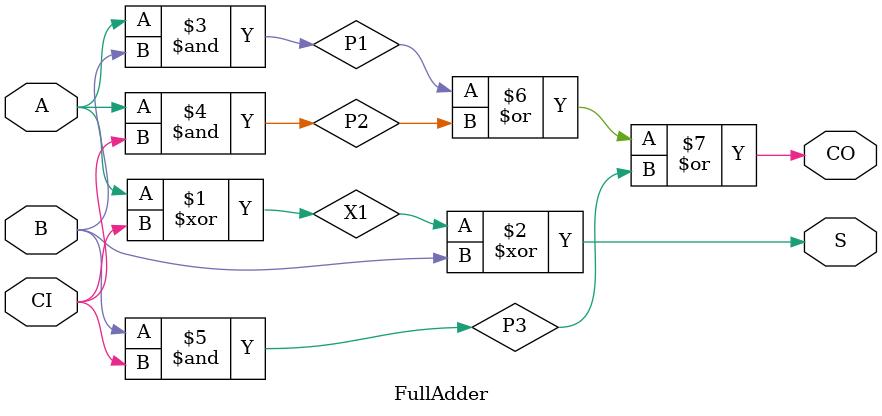
<source format=v>

module FullAdder(S, CO, A, B, CI);
input A,B, CI;
output S, CO;

wire X1;
wire P1,P2,P3;

xor
	U1a(X1,A,CI),
	U1b(S,X1,B);
	
and
	U2a(P1,A,B),
	U2b(P2,A,CI),
	U2c(P3,B,CI);

or
	U3a(CO,P1,P2,P3);
endmodule

</source>
